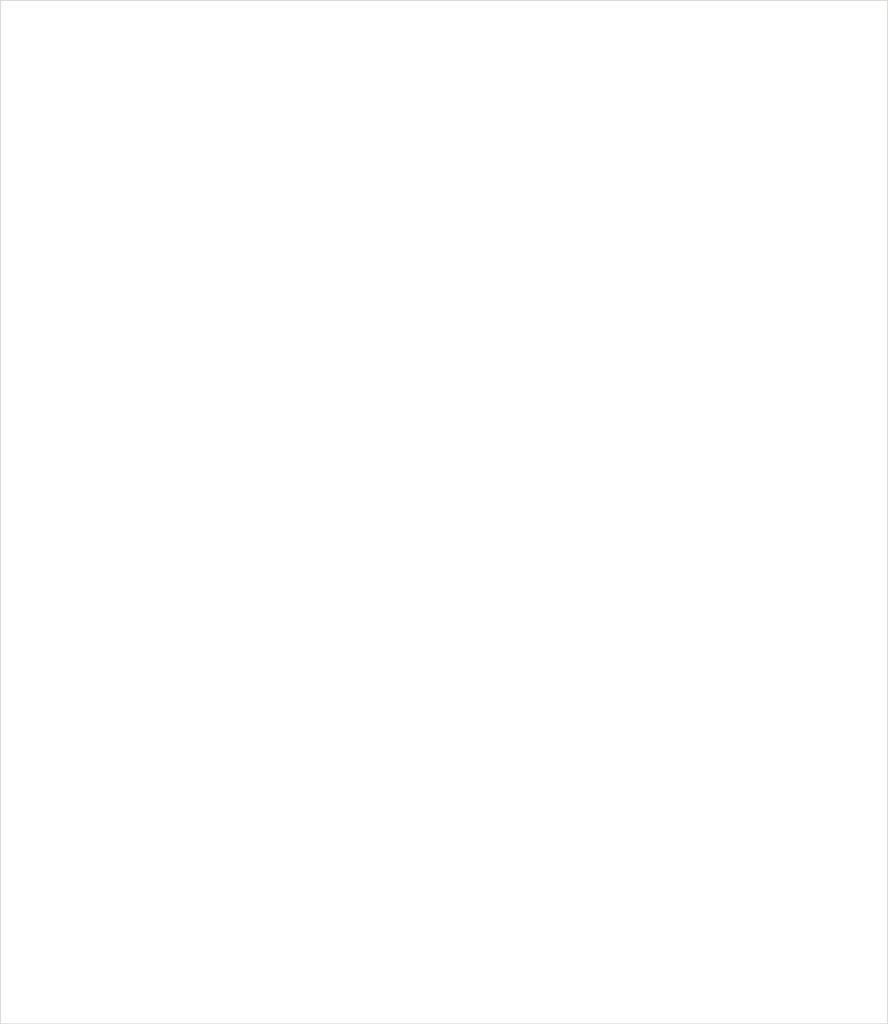
<source format=kicad_pcb>
(kicad_pcb
	(version 20241229)
	(generator "pcbnew")
	(generator_version "9.0")
	(general
		(thickness 1.6)
		(legacy_teardrops no)
	)
	(paper "A4")
	(layers
		(0 "F.Cu" signal)
		(2 "B.Cu" signal)
		(9 "F.Adhes" user "F.Adhesive")
		(11 "B.Adhes" user "B.Adhesive")
		(13 "F.Paste" user)
		(15 "B.Paste" user)
		(5 "F.SilkS" user "F.Silkscreen")
		(7 "B.SilkS" user "B.Silkscreen")
		(1 "F.Mask" user)
		(3 "B.Mask" user)
		(17 "Dwgs.User" user "User.Drawings")
		(19 "Cmts.User" user "User.Comments")
		(21 "Eco1.User" user "User.Eco1")
		(23 "Eco2.User" user "User.Eco2")
		(25 "Edge.Cuts" user)
		(27 "Margin" user)
		(31 "F.CrtYd" user "F.Courtyard")
		(29 "B.CrtYd" user "B.Courtyard")
		(35 "F.Fab" user)
		(33 "B.Fab" user)
		(39 "User.1" user)
		(41 "User.2" user)
		(43 "User.3" user)
		(45 "User.4" user)
	)
	(setup
		(pad_to_mask_clearance 0)
		(allow_soldermask_bridges_in_footprints no)
		(tenting front back)
		(pcbplotparams
			(layerselection 0x00000000_00000000_55555555_5755f5ff)
			(plot_on_all_layers_selection 0x00000000_00000000_00000000_00000000)
			(disableapertmacros no)
			(usegerberextensions no)
			(usegerberattributes yes)
			(usegerberadvancedattributes yes)
			(creategerberjobfile yes)
			(dashed_line_dash_ratio 12.000000)
			(dashed_line_gap_ratio 3.000000)
			(svgprecision 4)
			(plotframeref no)
			(mode 1)
			(useauxorigin no)
			(hpglpennumber 1)
			(hpglpenspeed 20)
			(hpglpendiameter 15.000000)
			(pdf_front_fp_property_popups yes)
			(pdf_back_fp_property_popups yes)
			(pdf_metadata yes)
			(pdf_single_document no)
			(dxfpolygonmode yes)
			(dxfimperialunits yes)
			(dxfusepcbnewfont yes)
			(psnegative no)
			(psa4output no)
			(plot_black_and_white yes)
			(sketchpadsonfab no)
			(plotpadnumbers no)
			(hidednponfab no)
			(sketchdnponfab yes)
			(crossoutdnponfab yes)
			(subtractmaskfromsilk no)
			(outputformat 1)
			(mirror no)
			(drillshape 1)
			(scaleselection 1)
			(outputdirectory "")
		)
	)
	(net 0 "")
	(gr_rect
		(start 84 56)
		(end 139.5 120)
		(stroke
			(width 0.05)
			(type default)
		)
		(fill no)
		(layer "Edge.Cuts")
		(uuid "3682efe0-eb52-49b5-a34a-4ecd794acc27")
	)
	(embedded_fonts no)
)

</source>
